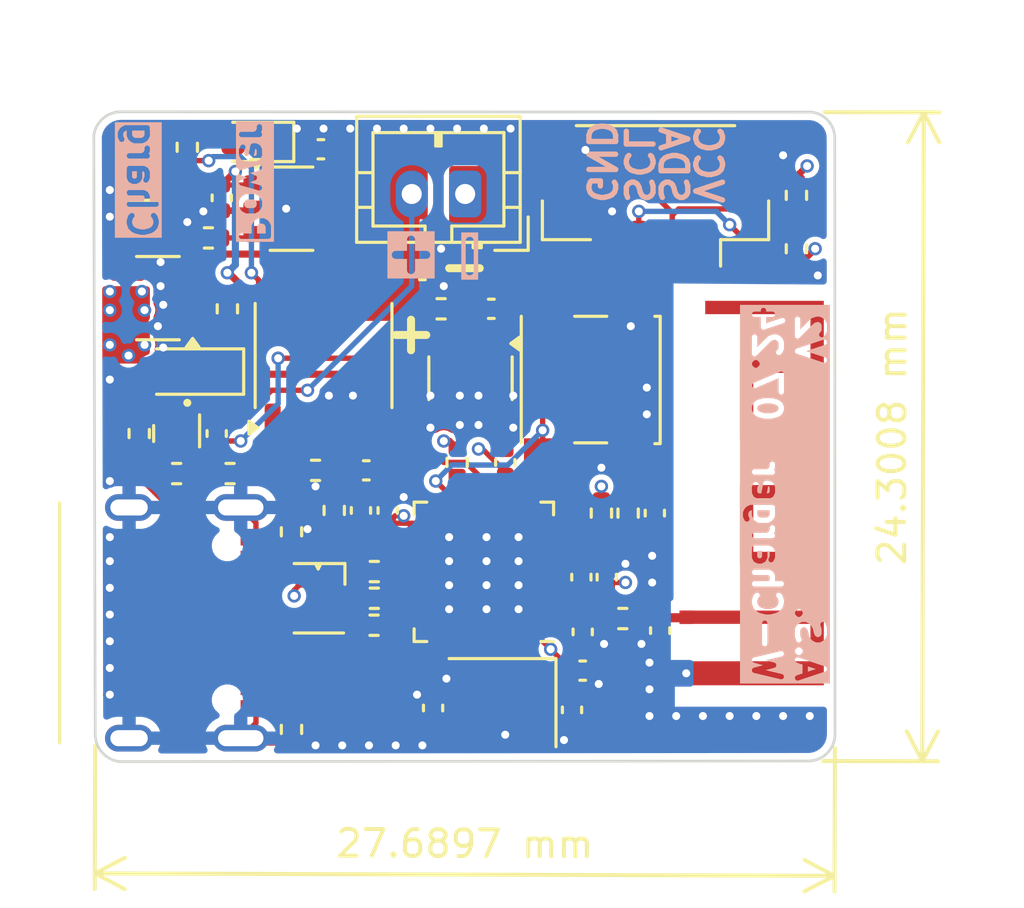
<source format=kicad_pcb>
(kicad_pcb (version 20240108) (generator "pcbnew") (generator_version "8.0")
  (layers (0 "F.Cu" signal "Front.Cu") (1 "In1.Cu" power "GND1.Cu") (2 "In2.Cu" power "SIG-POWER.Cu") (31 "B.Cu" signal "Back.Cu") (34 "B.Paste" user) (35 "F.Paste" user) (36 "B.SilkS" user "B.Silkscreen") (37 "F.SilkS" user "F.Silkscreen") (38 "B.Mask" user) (39 "F.Mask" user) (44 "Edge.Cuts" user))
  (net 0 "")
  (net 1 "GND")
  (net 2 "EXTI")
  (net 3 "Net-(AE1-A)")
  (net 4 "Net-(U3-LNA_IN)")
  (net 5 "Net-(U5-Vin)")
  (net 6 "VCC")
  (net 7 "+BATT")
  (net 8 "Earth")
  (net 9 "Net-(D2-A)")
  (net 10 "+3.3V")
  (net 11 "Net-(D2-K)")
  (net 12 "Net-(U1-CC1)")
  (net 13 "Net-(U1-CC2)")
  (net 14 "CHIP_EN")
  (net 15 "USB_D+")
  (net 16 "USB_D-")
  (net 17 "Net-(U4-PROG)")
  (net 18 "Net-(D3-K)")
  (net 19 "MCU_SCL")
  (net 20 "GPIO8")
  (net 25 "Net-(U3-GPIO9)")
  (net 26 "Net-(D1-BK)")
  (net 27 "MCU_SDA")
  (net 28 "Net-(D1-GK)")
  (net 29 "Net-(D1-RK)")
  (net 32 "Grün")
  (net 33 "Blau")
  (net 34 "Rot")
  (net 35 "Net-(U3-XTAL_P)")
  (net 36 "Net-(U3-XTAL_N)")
  (net 37 "Net-(U2-EN)")
  (net 40 "VCC_Sensor")
  (net 41 "Net-(Q1-G)")
  (net 42 "EN_ADC")
  (net 43 "Net-(Q1-D)")
  (net 44 "ADC")
  (net 45 "OUT")
  (net 47 "Net-(R13-Pad2)")
  (net 48 "Net-(U6-SET)")
  (footprint "Capacitor_SMD:C_0402_1005Metric" (layer "F.Cu") (at 150.3 91.3 -90)
    (property "Reference" "C3" (hide yes))
    (property "Value" "3p3_0402_C0G_50V")
  )
  (footprint "Resistor_SMD:R_0402_1005Metric" (layer "F.Cu") (at 136.5 95 -90)
    (property "Reference" "R3" (hide yes))
    (property "Value" "5k1_0402")
  )
  (footprint "Capacitor_SMD:C_0402_1005Metric" (layer "F.Cu") (at 144.5 85 -90)
    (property "Reference" "C5" (hide yes))
    (property "Value" "100n_0402_X7R_16V")
  )
  (footprint "Resistor_SMD:R_0402_1005Metric" (layer "F.Cu") (at 134.2 85.42)
    (property "Reference" "R14" (hide yes))
    (property "Value" "100k_0402")
  )
  (footprint "Resistor_SMD:R_0402_1005Metric" (layer "F.Cu") (at 155.4 75 -90)
    (property "Reference" "R9" (hide yes))
    (property "Value" "5k1_0402")
  )
  (footprint "Resistor_SMD:R_0402_1005Metric" (layer "F.Cu") (at 138.1 86.8 -90)
    (property "Reference" "R5" (hide yes))
    (property "Value" "1k_0402")
  )
  (footprint "Connector_JST:JST_GH_SM04B-GHS-TB_1x04-1MP_P1.25mm_Horizontal" (layer "F.Cu") (at 150.125 74.95 180)
    (property "Reference" "J3" (hide yes))
    (property "Value" "HCZZ0001-4")
  )
  (footprint "Capacitor_SMD:C_0402_1005Metric" (layer "F.Cu") (at 147.4 92.8)
    (property "Reference" "C1" (hide yes))
    (property "Value" "100n_0402_X7R_16V")
  )
  (footprint "Capacitor_SMD:C_0402_1005Metric" (layer "F.Cu") (at 133.7 83.92 90)
    (property "Reference" "C12" (hide yes))
    (property "Value" "100n_0402_X7R_16V")
  )
  (footprint "Capacitor_SMD:C_0402_1005Metric" (layer "F.Cu") (at 147 94.27 -90)
    (property "Reference" "C16" (hide yes))
    (property "Value" "10p_0402_C0G_50V")
  )
  (footprint "Resistor_SMD:R_0402_1005Metric" (layer "F.Cu") (at 139.6 89.09 180)
    (property "Reference" "R12" (hide yes))
    (property "Value" "330_0402")
  )
  (footprint "Capacitor_SMD:C_0402_1005Metric" (layer "F.Cu") (at 140.1 86.8 90)
    (property "Reference" "C11" (hide yes))
    (property "Value" "100n_0402_X7R_16V")
  )
  (footprint "Capacitor_SMD:C_0402_1005Metric" (layer "F.Cu") (at 139.1 86.8 90)
    (property "Reference" "C13" (hide yes))
    (property "Value" "100n_0402_X7R_16V")
  )
  (footprint "LEDSMD:LED_0606_1432_correct" (layer "F.Cu") (at 137.5 90.09 -90)
    (property "Reference" "D1" (hide yes))
    (property "Value" "XL-1615RGBC-RF")
  )
  (footprint "LED_SMD:LED_0603_1608Metric" (layer "F.Cu") (at 130.7 73.7 90)
    (property "Reference" "D2" (hide yes))
    (property "Value" "0603_RED")
  )
  (footprint "Capacitor_SMD:C_0402_1005Metric" (layer "F.Cu") (at 147.4 91.35 -90)
    (property "Reference" "C6" (hide yes))
    (property "Value" "3p3_0402_C0G_50V")
  )
  (footprint "DPSConnector:USB-C-MC-311D" (layer "F.Cu") (at 130.42 91.01 -90)
    (property "Reference" "U1" (hide yes))
    (property "Value" "USB-C-16P-SMD" (hide yes))
  )
  (footprint "Resistor_SMD:R_0402_1005Metric" (layer "F.Cu") (at 142.1 79.25)
    (property "Reference" "R4" (hide yes))
    (property "Value" "100_0402")
  )
  (footprint "Connector_JST:JST_PH_B2B-PH-K_1x02_P2.00mm_Vertical" (layer "F.Cu") (at 143 74.95 180)
    (property "Reference" "J2" (hide yes))
    (property "Value" "DPS_PPS")
  )
  (footprint "Resistor_SMD:R_0402_1005Metric" (layer "F.Cu") (at 139.59 91.1 180)
    (property "Reference" "R8" (hide yes))
    (property "Value" "330_0402")
  )
  (footprint "Resistor_SMD:R_0402_1005Metric" (layer "F.Cu") (at 149.1 86.9 -90)
    (property "Reference" "R1" (hide yes))
    (property "Value" "10k_0402")
  )
  (footprint "Capacitor_SMD:C_0402_1005Metric" (layer "F.Cu") (at 137.6 73.275 180)
    (property "Reference" "C15" (hide yes))
    (property "Value" "10u_0402_X5R_6V3")
  )
  (footprint "Capacitor_SMD:C_0402_1005Metric" (layer "F.Cu") (at 139.3 85.3 180)
    (property "Reference" "C8" (hide yes))
    (property "Value" "10u_0402_X5R_6V3")
  )
  (footprint "Resistor_SMD:R_0402_1005Metric" (layer "F.Cu") (at 137.4 85.3 180)
    (property "Reference" "R16" (hide yes))
    (property "Value" "10k_0402")
  )
  (footprint "Resistor_SMD:R_0402_1005Metric" (layer "F.Cu") (at 132.2 85.42)
    (property "Reference" "R13" (hide yes))
    (property "Value" "100k_0402")
  )
  (footprint "Resistor_SMD:R_0402_1005Metric" (layer "F.Cu") (at 148.1 86.9 -90)
    (property "Reference" "R19" (hide yes))
    (property "Value" "10k_0402")
  )
  (footprint "Resistor_SMD:R_0402_1005Metric" (layer "F.Cu") (at 148.9 90.85 180)
    (property "Reference" "L1" (hide yes))
    (property "Value" "2n2H_0403_500mA")
  )
  (footprint "Diode_SMD:D_SOD-323_HandSoldering" (layer "F.Cu") (at 132.7 81.6 180)
    (property "Reference" "D4" (hide yes))
    (property "Value" "1N5819WS(Basic)")
  )
  (footprint "Resistor_SMD:R_0402_1005Metric" (layer "F.Cu") (at 130.8 83.92 -90)
    (property "Reference" "R15" (hide yes))
    (property "Value" "1M_0402")
  )
  (footprint "Resistor_SMD:R_0402_1005Metric" (layer "F.Cu") (at 136.5 87.6 90)
    (property "Reference" "R2" (hide yes))
    (property "Value" "5k1_0402")
  )
  (footprint "LED_SMD:LED_0603_1608Metric" (layer "F.Cu") (at 135.1 73 180)
    (property "Reference" "D3" (hide yes))
    (property "Value" "0603_WHITE")
  )
  (footprint "Resistor_SMD:R_0402_1005Metric" (layer "F.Cu") (at 132.6 73.2 90)
    (property "Reference" "R11" (hide yes))
    (property "Value" "1k_0402")
  )
  (footprint "Resistor_SMD:R_0402_1005Metric" (layer "F.Cu") (at 155.4 77 90)
    (property "Reference" "R10" (hide yes))
    (property "Value" "5k1_0402")
  )
  (footprint "Resistor_SMD:R_0402_1005Metric" (layer "F.Cu") (at 133.39 76.595 180)
    (property "Reference" "R17" (hide yes))
    (property "Value" "6k8_0402")
  )
  (footprint "Package_TO_SOT_SMD:SOT-723" (layer "F.Cu") (at 132.2 83.92 -90)
    (property "Reference" "Q1" (hide yes))
    (property "Value" "WPM2031-3/TR ")
  )
  (footprint "Capacitor_SMD:C_0402_1005Metric" (layer "F.Cu") (at 133.89 75.095 -90)
    (property "Reference" "C18" (hide yes))
    (property "Value" "10u_0402_X5R_6V3")
  )
  (footprint "switch:SW_SPST_TL3305B" (layer "F.Cu") (at 147.7 81.9 -90)
    (property "Reference" "SW2" (hide yes))
    (property "Value" "TS-1187A-B-A-B")
  )
  (footprint "Capacitor_SMD:C_0402_1005Metric" (layer "F.Cu") (at 150.1 86.9 90)
    (property "Reference" "C14" (hide yes))
    (property "Value" "1u_0402_X5R_25V")
  )
  (footprint "RF_Antenna:Texas_SWRA117D_2.4GHz_Left" (layer "F.Cu") (at 151.275 90.8 -90)
    (property "Reference" "AE1" (hide yes))
    (property "Value" "KH-3216-H0209" (hide yes))
  )
  (footprint "Resistor_SMD:R_0402_1005Metric" (layer "F.Cu") (at 142.7 85 -90)
    (property "Reference" "R6" (hide yes))
    (property "Value" "10k_0402")
  )
  (footprint "Capacitor_SMD:C_0402_1005Metric" (layer "F.Cu") (at 141.4 77.8)
    (property "Reference" "C9" (hide yes))
    (property "Value" "10u_0402_X5R_6V3")
  )
  (footprint "Resistor_SMD:R_0402_1005Metric" (layer "F.Cu") (at 139.6 90.09 180)
    (property "Reference" "R7" (hide yes))
    (property "Value" "330_0402")
  )
  (footprint "Resistor_SMD:R_0402_1005Metric" (layer "F.Cu") (at 134.1 79.25 90)
    (property "Reference" "R18" (hide yes))
    (property "Value" "1k_0402")
  )
  (footprint "Package_TO_SOT_SMD:SOT-23-5" (layer "F.Cu") (at 143.2 81.85 -90)
    (property "Reference" "U5" (hide yes))
    (property "Value" "SKCL3130ME")
  )
  (footprint "Capacitor_SMD:C_0402_1005Metric" (layer "F.Cu") (at 147.35 89.3 -90)
    (property "Reference" "C7" (hide yes))
    (property "Value" "100n_0402_X7R_16V")
  )
  (footprint "Package_DFN_QFN:QFN-32-1EP_5x5mm_P0.5mm_EP3.7x3.7mm" (layer "F.Cu") (at 143.7 89.1 180)
    (property "Reference" "U3" (hide yes))
    (property "Value" "ESP32-C3")
  )
  (footprint "Capacitor_SMD:C_0402_1005Metric" (layer "F.Cu") (at 148.3 89.3 -90)
    (property "Reference" "C2" (hide yes))
    (property "Value" "10u_0402_X5R_6V3")
  )
  (footprint "Package_TO_SOT_SMD:SOT-23-5" (layer "F.Cu") (at 136.5 75.5)
    (property "Reference" "U6" (hide yes))
    (property "Value" "MT9700")
  )
  (footprint "Capacitor_SMD:C_0402_1005Metric" (layer "F.Cu") (at 143.98 79.25)
    (property "Reference" "C4" (hide yes))
    (property "Value" "1u_0402_X5R_25V")
  )
  (footprint "Crystal:Crystal_SMD_3225-4Pin_3.2x2.5mm" (layer "F.Cu") (at 144.4 94 180)
    (property "Reference" "Y1" (hide yes))
    (property "Value" "40MHz_S3240000151040")
  )
  (footprint "Package_SO:SOP-8_3.9x4.9mm_P1.27mm" (layer "F.Cu") (at 137.7 81 90)
    (property "Reference" "U4" (hide yes))
    (property "Value" "TC4056A")
  )
  (footprint "Package_TO_SOT_SMD:SOT-23-5" (layer "F.Cu") (at 131.5 78.85 180)
    (property "Reference" "U2" (hide yes))
    (property "Value" "DS8561-33S5 ")
  )
  (footprint "Capacitor_SMD:C_0402_1005Metric" (layer "F.Cu") (at 141.8 94.2 90)
    (property "Reference" "C17" (hide yes))
    (property "Value" "10p_0402_C0G_50V")
  )
  (gr_line (start 129.099999 72.752903) (end 129.153672 95.108576) (stroke (width 0.1)) (layer "Edge.Cuts"))
  (gr_line (start 155.954944 71.882287) (end 130.1 71.871123) (stroke (width 0.1)) (layer "Edge.Cuts"))
  (gr_arc (start 155.954786 71.883931) (mid 156.597605 72.216011) (end 156.833513 72.9) (stroke (width 0.1)) (layer "Edge.Cuts"))
  (gr_line (start 130.050505 96.206734) (end 155.9 96.184666) (stroke (width 0.1)) (layer "Edge.Cuts"))
  (gr_arc (start 129.101948 72.753172) (mid 129.437617 72.127307) (end 130.1 71.871124) (stroke (width 0.1)) (layer "Edge.Cuts"))
  (gr_line (start 156.833513 72.9) (end 156.843175 95.199817) (stroke (width 0.1)) (layer "Edge.Cuts"))
  (gr_arc (start 156.843175 95.199817) (mid 156.564307 95.876806) (end 155.9 96.184666) (stroke (width 0.1)) (layer "Edge.Cuts"))
  (gr_arc (start 130.050505 96.206734) (mid 129.386457 95.833755) (end 129.153672 95.108576) (stroke (width 0.1)) (layer "Edge.Cuts"))
  (gr_text "SCL\n" (at 148.9 75.4 270) (layer "B.SilkS") (effects (font (size 1 1) (thickness 0.2) (bold yes)) (justify left bottom mirror)))
  (gr_text "-\n" (at 142.4 78.4 270) (layer "B.SilkS" knockout) (effects (font (size 1.5 1.5) (thickness 0.3) (bold yes)) (justify left bottom mirror)))
  (gr_text "Power\n" (at 134.5 76.9 270) (layer "B.SilkS" knockout) (effects (font (size 1 1) (thickness 0.2) (bold yes)) (justify left bottom mirror)))
  (gr_text "VCC\n" (at 151.5 75.4 270) (layer "B.SilkS") (effects (font (size 1 1) (thickness 0.2) (bold yes)) (justify left bottom mirror)))
  (gr_text "SDA\n" (at 150.2 75.4 270) (layer "B.SilkS") (effects (font (size 1 1) (thickness 0.2) (bold yes)) (justify left bottom mirror)))
  (gr_text "A.S.            V2\nW-Charger  07.24" (at 153.7 93.3 -90) (layer "B.SilkS" knockout) (effects (font (size 1 1) (thickness 0.2) (bold yes)) (justify left bottom mirror)))
  (gr_text "Charg\n" (at 130.3 76.7 270) (layer "B.SilkS" knockout) (effects (font (size 1 1) (thickness 0.2) (bold yes)) (justify left bottom mirror)))
  (gr_text "+\n" (at 142.1 78 0) (layer "B.SilkS" knockout) (effects (font (size 1.5 1.5) (thickness 0.3) (bold yes)) (justify left bottom mirror)))
  (gr_text "GND\n" (at 147.5 75.4 270) (layer "B.SilkS") (effects (font (size 1 1) (thickness 0.2) (bold yes)) (justify left bottom mirror)))
  (gr_text "-\n" (at 144.1 78.5 0) (layer "F.SilkS") (effects (font (size 1.5 1.5) (thickness 0.3) (bold yes)) (justify left bottom mirror)))
  (gr_text "+\n" (at 142.1 81 0) (layer "F.SilkS") (effects (font (size 1.5 1.5) (thickness 0.3) (bold yes)) (justify left bottom mirror)))
  (dimension (type aligned) (layer "F.SilkS") (pts (xy 129.153672 95.108576) (xy 156.843175 95.199817)) (height 5.284385) (gr_text "27,6897 mm" (at 142.9848 99.288559 359.8112006) (layer "F.SilkS") (effects (font (size 1 1) (thickness 0.15)))) (format (prefix "") (suffix "") (units 3) (units_format 1) (precision 4)) (style (thickness 0.15) (arrow_length 1.27) (text_position_mode 0) (extension_height 0.58642) (extension_offset 0.5) keep_text_aligned))
  (dimension (type aligned) (layer "F.SilkS") (pts (xy 155.954786 71.883931) (xy 155.9 96.184666)) (height -4.210814) (gr_text "24,3008 mm" (at 158.988199 84.041199 89.87082691) (layer "F.SilkS") (effects (font (size 1 1) (thickness 0.15)))) (format (prefix "") (suffix "") (units 3) (units_format 1) (precision 4)) (style (thickness 0.15) (arrow_length 1.27) (text_position_mode 0) (extension_height 0.58642) (extension_offset 0.5) keep_text_aligned))
  (segment (start 135.2875 75.575) (end 135.3625 75.5) (width 0.25) (layer "F.Cu") (net 1))
  (segment (start 148.2 91.8) (end 148.17 91.83) (width 0.25) (layer "F.Cu") (net 1))
  (segment (start 154.9 73.5) (end 154.175 73.5) (width 0.25) (layer "F.Cu") (net 1))
  (segment (start 150.28 91.8) (end 150.3 91.78) (width 0.2) (layer "F.Cu") (net 1))
  (segment (start 135.17 87.26) (end 134.6 86.69) (width 0.2) (layer "F.Cu") (net 1))
  (segment (start 141.88 78.08) (end 142.2 78.4) (width 0.25) (layer "F.Cu") (net 1))
  (segment (start 147.5 73.3) (end 146.925 73.3) (width 0.25) (layer "F.Cu") (net 1))
  (segment (start 149.2 79.9) (end 149.2 78.9) (width 0.25) (layer "F.Cu") (net 1))
  (segment (start 147.43 91.8) (end 147.4 91.83) (width 0.2) (layer "F.Cu") (net 1))
  (segment (start 146.925 73.3) (end 146.675 73.55) (width 0.25) (layer "F.Cu") (net 1))
  (segment (start 141.2 93.7) (end 141.78 93.7) (width 0.25) (layer "F.Cu") (net 1))
  (segment (start 137.12 72.92) (end 136.7 72.5) (width 0.2) (layer "F.Cu") (net 1))
  (segment (start 137.12 73.275) (end 137.12 72.92) (width 0.2) (layer "F.Cu") (net 1))
  (segment (start 134.71 85.42) (end 134.71 86.58) (width 0.25) (layer "F.Cu") (net 1))
  (segment (start 140.68 86.32) (end 140.1 86.32) (width 0.2) (layer "F.Cu") (net 1))
  (segment (start 136.3 75.5) (end 135.3625 75.5) (width 0.25) (layer "F.Cu") (net 1))
  (segment (start 149 88.8) (end 148.32 88.8) (width 0.2) (layer "F.Cu") (net 1))
  (segment (start 136.5 95.51) (end 134.78 95.51) (width 0.2) (layer "F.Cu") (net 1))
  (segment (start 144.5 95.2) (end 144.785 95.2) (width 0.2) (layer "F.Cu") (net 1))
  (segment (start 138.335 84.815) (end 138.82 85.3) (width 0.35) (layer "F.Cu") (net 1))
  (segment (start 154.175 73.5) (end 154.125 73.55) (width 0.25) (layer "F.Cu") (net 1))
  (segment (start 148.17 91.83) (end 147.4 91.83) (width 0.25) (layer "F.Cu") (net 1))
  (segment (start 148.25 75.85) (end 148.25 76.8) (width 0.25) (layer "F.Cu") (net 1))
  (segment (start 141.88 77.8) (end 141.88 78.08) (width 0.25) (layer "F.Cu") (net 1))
  (segment (start 137.4 85.9) (end 137.4 85.81) (width 0.25) (layer "F.Cu") (net 1))
  (segment (start 138.335 83.625) (end 138.335 84.875) (width 0.35) (layer "F.Cu") (net 1))
  (segment (start 149.6 91.8) (end 150.28 91.8) (width 0.2) (layer "F.Cu") (net 1))
  (segment (start 133.2 75.6) (end 133.865 75.6) (width 0.25) (layer "F.Cu") (net 1))
  (segment (start 148 93.3) (end 148 92.92) (width 0.2) (layer "F.Cu") (net 1))
  (segment (start 133.865 75.6) (end 133.89 75.575) (width 0.25) (layer "F.Cu") (net 1))
  (segment (start 150.1 86.42) (end 150.1 85.8) (width 0.2) (layer "F.Cu") (net 1))
  (segment (start 137.9 82.5) (end 138.1 82.5) (width 0.25) (layer "F.Cu") (net 1))
  (segment (start 148.5 75.6) (end 148.25 75.85) (width 0.25) (layer "F.Cu") (net 1))
  (segment (start 137.1 87.5) (end 136.91 87.5) (width 0.2) (layer "F.Cu") (net 1))
  (segment (start 138.5 82.5) (end 138.335 82.665) (width 0.25) (layer "F.Cu") (net 1))
  (segment (start 143.58 83.6) (end 144.5 84.52) (width 0.2) (layer "F.Cu") (net 1))
  (segment (start 148.32 88.8) (end 148.3 88.82) (width 0.2) (layer "F.Cu") (net 1))
  (segment (start 141.88 77.22) (end 142.1 77) (width 0.25) (layer "F.Cu") (net 1))
  (segment (start 141.78 93.7) (end 141.8 93.72) (width 0.25) (layer "F.Cu") (net 1))
  (segment (start 148 92.92) (end 147.88 92.8) (width 0.2) (layer "F.Cu") (net 1))
  (segment (start 139.1 86.32) (end 140.1 86.32) (width 0.35) (layer "F.Cu") (net 1))
  (segment (start 138.1 82.5) (end 138.335 82.735) (width 0.25) (layer "F.Cu") (net 1))
  (segment (start 140.7 86.3) (end 140.68 86.32) (width 0.2) (layer "F.Cu") (net 1))
  (segment (start 137.4 85.81) (end 137.91 85.3) (width 0.25) (layer "F.Cu") (net 1))
  (segment (start 135.17 94.76) (end 134.6 95.33) (width 0.2) (layer "F.Cu") (net 1))
  (segment (start 133.89 75.575) (end 135.2875 75.575) (width 0.25) (layer "F.Cu") (net 1))
  (segment (start 138.335 84.875) (end 137.91 85.3) (width 0.35) (layer "F.Cu") (net 1))
  (segment (start 141.88 77.8) (end 141.88 77.22) (width 0.25) (layer "F.Cu") (net 1))
  (segment (start 146.7 94.75) (end 146.7 95.4) (width 0.2) (layer "F.Cu") (net 1))
  (segment (start 138.82 86.04) (end 139.1 86.32) (width 0.35) (layer "F.Cu") (net 1))
  (segment (start 136.91 87.5) (end 136.5 87.09) (width 0.2) (layer "F.Cu") (net 1))
  (segment (start 143.5 83.6) (end 143.58 83.6) (width 0.2) (layer "F.Cu") (net 1))
  (segment (start 147.35 88.82) (end 148.3 88.82) (width 0.2) (layer "F.Cu") (net 1))
  (segment (start 148.9 85.2) (end 149.2 84.9) (width 0.2) (layer "F.Cu") (net 1))
  (segment (start 144.785 95.2) (end 145.185 94.8) (width 0.2) (layer "F.Cu") (net 1))
  (segment (start 150.1 85.8) (end 149.2 84.9) (width 0.2) (layer "F.Cu") (net 1))
  (segment (start 135.17 94.21) (end 135.17 94.76) (width 0.2) (layer "F.Cu") (net 1))
  (segment (start 138.82 85.3) (end 138.82 86.04) (width 0.35) (layer "F.Cu") (net 1))
  (segment (start 138.335 82.665) (end 138.335 82.735) (width 0.25) (layer "F.Cu") (net 1))
  (segment (start 135.17 87.81) (end 135.17 87.26) (width 0.2) (layer "F.Cu") (net 1))
  (segment (start 132.88 76.28) (end 132.6 76) (width 0.25) (layer "F.Cu") (net 1))
  (segment (start 134.78 95.51) (end 134.6 95.33) (width 0.2) (layer "F.Cu") (net 1))
  (segment (start 134.71 86.58) (end 134.6 86.69) (width 0.25) (layer "F.Cu") (net 1))
  (segment (start 138.8 82.5) (end 138.5 82.5) (width 0.25) (layer "F.Cu") (net 1))
  (segment (start 132.88 76.595) (end 132.88 76.28) (width 0.25) (layer "F.Cu") (net 1))
  (segment (start 138.335 82.735) (end 138.335 83.625) (width 0.25) (layer "F.Cu") (net 1))
  (segment (start 148.1 85.2) (end 148.9 85.2) (width 0.2) (layer "F.Cu") (net 1))
  (segment (start 138.335 83.625) (end 138.335 84.815) (width 0.35) (layer "F.Cu") (net 1))
  (segment (start 142.3 93.1) (end 142.985 93.1) (width 0.2) (layer "F.Cu") (net 1))
  (via (at 147.5 73.3) (size 0.5) (drill 0.3) (layers "F.Cu" "B.Cu") (net 1))
  (via (at 143.5 82.5) (size 0.5) (drill 0.3) (layers "F.Cu" "B.Cu") (net 1))
  (via (at 129.7 90.7) (size 0.5) (drill 0.3) (layers "F.Cu" "B.Cu") (net 1))
  (via (at 143.8 90.5) (size 0.5) (drill 0.3) (layers "F.Cu" "B.Cu") (net 1))
  (via (at 138.8 82.5) (size 0.5) (drill 0.3) (layers "F.Cu" "B.Cu") (net 1))
  (via (at 142.4 89.6) (size 0.5) (drill 0.3) (layers "F.Cu" "B.Cu") (net 1))
  (via (at 142.4 87.8) (size 0.5) (drill 0.3) (layers "F.Cu" "B.Cu") (net 1))
  (via (at 152.9 94.5) (size 0.5) (drill 0.3) (layers "F.Cu" "B.Cu") (net 1))
  (via (at 129.7 92.7) (size 0.5) (drill 0.3) (layers "F.Cu" "B.Cu") (net 1))
  (via (at 129.7 87.8) (size 0.5) (drill 0.3) (layers "F.Cu" "B.Cu") (net 1))
  (via (at 141.4 95.6) (size 0.5) (drill 0.3) (layers "F.Cu" "B.Cu") (net 1))
  (via (at 143.5 83.6) (size 0.5) (drill 0.3) (layers "F.Cu" "B.Cu") (net 1))
  (via (at 143.8 88.7) (size 0.5) (drill 0.3) (layers "F.Cu" "B.Cu") (net 1))
  (via (at 144.8 83.7) (size 0.5) (drill 0.3) (layers "F.Cu" "B.Cu") (net 1))
  (via (at 139.4 95.6) (size 0.5) (drill 0.3) (layers "F.Cu" "B.Cu") (net 1))
  (via (at 142.2 78.4) (size 0.5) (drill 0.3) (layers "F.Cu" "B.Cu") (net 1))
  (via (at 155.9 94.5) (size 0.5) (drill 0.3) (layers "F.Cu" "B.Cu") (net 1))
  (via (at 144.7 72.5) (size 0.5) (drill 0.3) (layers "F.Cu" "B.Cu") (net 1))
  (via (at 149.9 94.5) (size 0.5) (drill 0.3) (layers "F.Cu" "B.Cu") (net 1))
  (via (at 144.8 82.5) (size 0.5) (drill 0.3) (layers "F.Cu" "B.Cu") (net 1))
  (via (at 129.7 91.7) (size 0.5) (drill 0.3) (layers "F.Cu" "B.Cu") (net 1))
  (via (at 140.4 95.6) (size 0.5) (drill 0.3) (layers "F.Cu" "B.Cu") (net 1))
  (via (at 138.4 95.6) (size 0.5) (drill 0.3) (layers "F.Cu" "B.Cu") (net 1))
  (via (at 149.6 91.8) (size 0.5) (drill 0.3) (layers "F.Cu" "B.Cu") (net 1))
  (via (at 142.8 82.5) (size 0.5) (drill 0.3) (layers "F.Cu" "B.Cu") (net 1))
  (via (at 145 89.6) (size 0.5) (drill 0.3) (layers "F.Cu" "B.Cu") (net 1))
  (via (at 145 90.5) (size 0.5) (drill 0.3) (layers "F.Cu" "B.Cu") (net 1))
  (via (at 145 87.8) (size 0.5) (drill 0.3) (layers "F.Cu" "B.Cu") (net 1))
  (via (at 148.1 85.2) (size 0.5) (drill 0.3) (layers "F.Cu" "B.Cu") (net 1))
  (via (at 148.5 75.6) (size 0.5) (drill 0.3) (layers "F.Cu" "B.Cu") (net 1))
  (via (at 142.3 93.1) (size 0.5) (drill 0.3) (layers "F.Cu" "B.Cu") (net 1))
  (via (at 141.7 72.5) (size 0.5) (drill 0.3) (layers "F.Cu" "B.Cu") (net 1))
  (via (at 154.9 73.5) (size 0.5) (drill 0.3) (layers "F.Cu" "B.Cu") (net 1))
  (via (at 137.4 85.9) (size 0.5) (drill 0.3) (layers "F.Cu" "B.Cu") (net 1))
  (via (at 131.6 78.4) (size 0.5) (drill 0.3) (layers "F.Cu" "B.Cu") (net 1))
  (via (at 142.4 88.7) (size 0.5) (drill 0.3) (layers "F.Cu" "B.Cu") (net 1))
  (via (at 150.9 94.5) (size 0.5) (drill 0.3) (layers "F.Cu" "B.Cu") (net 1))
  (via (at 137.9 82.5) (size 0.5) (drill 0.3) (layers "F.Cu" "B.Cu") (net 1))
  (via (at 131.7 79.1) (size 0.5) (drill 0.3) (layers "F.Cu" "B.Cu") (net 1))
  (via (at 154.9 94.5) (size 0.5) (drill 0.3) (layers "F.Cu" "B.Cu") (net 1))
  (via (at 131.5 79.9) (size 0.5) (drill 0.3) (layers "F.Cu" "B.Cu") (net 1))
  (via (at 142.8 83.6) (size 0.5) (drill 0.3) (layers "F.Cu" "B.Cu") (net 1))
  (via (at 153.9 94.5) (size 0.5) (drill 0.3) (layers "F.Cu" "B.Cu") (net 1))
  (via (at 148.2 91.8) (size 0.5) (drill 0.3) (layers "F.Cu" "B.Cu") (net 1))
  (via (at 129.7 85.7) (size 0.5) (drill 0.3) (layers "F.Cu" "B.Cu") (net 1))
  (via (at 142.1 77) (size 0.5) (drill 0.3) (layers "F.Cu" "B.Cu") (net 1))
  (via (at 129.7 74.8) (size 0.5) (drill 0.3) (layers "F.Cu" "B.Cu") (net 1))
  (via (at 141.7 82.5) (size 0.5) (drill 0.3) (layers "F.Cu" "B.Cu") (net 1))
  (via (at 136.3 75.5) (size 0.5) (drill 0.3) (layers "F.Cu" "B.Cu") (net 1))
  (via (at 140.7 72.5) (size 0.5) (drill 0.3) (layers "F.Cu" "B.Cu") (net 1))
  (via (at 137.7 72.5) (size 0.5) (drill 0.3) (layers "F.Cu" "B.Cu") (net 1))
  (via (at 137.4 95.6) (size 0.5) (drill 0.3) (layers "F.Cu" "B.Cu") (net 1))
  (via (at 138.7 72.5) (size 0.5) (drill 0.3) (layers "F.Cu" "B.Cu") (net 1))
  (via (at 143.8 87.8) (size 0.5) (drill 0.3) (layers "F.Cu" "B.Cu") (net 1))
  (via (at 142.7 72.5) (size 0.5) (drill 0.3) (layers "F.Cu" "B.Cu") (net 1))
  (via (at 131.6 77.5) (size 0.5) (drill 0.3) (layers "F.Cu" "B.Cu") (net 1))
  (via (at 146.7 95.4) (size 0.5) (drill 0.3) (layers "F.Cu" "B.Cu") (net 1))
  (via (at 149.9 93.5) (size 0.5) (drill 0.3) (layers "F.Cu" "B.Cu") (net 1))
  (via (at 141.7 83.7) (size 0.5) (drill 0.3) (layers "F.Cu" "B.Cu") (net 1))
  (via (at 129.7 88.7) (size 0.5) (drill 0.3) (layers "F.Cu" "B.Cu") (net 1))
  (via (at 150 88.5) (size 0.5) (drill 0.3) (layers "F.Cu" "B.Cu") (net 1))
  (via (at 149.2 79.9) (size 0.5) (drill 0.3) (layers "F.Cu" "B.Cu") (net 1))
  (via (at 129.700292 93.7) (size 0.5) (drill 0.3) (layers "F.Cu" "B.Cu") (net 1))
  (via (at 136.7 72.5) (size 0.5) (drill 0.3) (layers "F.Cu" "B.Cu") (net 1))
  (via (at 151.9 94.5) (size 0.5) (drill 0.3) (layers "F.Cu" "B.Cu") (net 1))
  (via (at 142.4 90.5) (size 0.5) (drill 0.3) (layers "F.Cu" "B.Cu") (net 1))
  (via (at 132.6 76) (size 0.5) (drill 0.3) (layers "F.Cu" "B.Cu") (net 1))
  (via (at 145 88.7) (size 0.5) (drill 0.3) (layers "F.Cu" "B.Cu") (net 1))
  (via (at 149 88.8) (size 0.5) (drill 0.3) (layers "F.Cu" "B.Cu") (net 1))
  (via (at 129.7 81.9) (size 0.5) (drill 0.3) (layers "F.Cu" "B.Cu") (net 1))
  (via (at 140.7 86.3) (size 0.5) (drill 0.3) (layers "F.Cu" "B.Cu") (net 1))
  (via (at 131.7 80.7) (size 0.5) (drill 0.3) (layers "F.Cu" "B.Cu") (net 1))
  (via (at 149.9 92.5) (size 0.5) (drill 0.3) (layers "F.Cu" "B.Cu") (net 1))
  (via (at 143.7 72.5) (size 0.5) (drill 0.3) (layers "F.Cu" "B.Cu") (net 1))
  (via (at 129.7 75.8) (size 0.5) (drill 0.3) (layers "F.Cu" "B.Cu") (net 1))
  (via (at 141.2 93.7) (size 0.5) (drill 0.3) (layers "F.Cu" "B.Cu") (net 1))
  (via (at 144.5 95.2) (size 0.5) (drill 0.3) (layers "F.Cu" "B.Cu") (net 1))
  (via (at 129.7 89.7) (size 0.5) (drill 0.3) (layers "F.Cu" "B.Cu") (net 1))
  (via (at 149.8 82.2) (size 0.5) (drill 0.3) (layers "F.Cu" "B.Cu") (net 1))
  (via (at 149.8 83.2) (size 0.5) (drill 0.3) (layers "F.Cu" "B.Cu") (net 1))
  (via (at 156.2 78) (size 0.5) (drill 0.3) (layers "F.Cu" "B.Cu") (net 1))
  (via (at 148 93.3) (size 0.5) (drill 0.3) (layers "F.Cu" "B.Cu") (net 1))
  (via (at 139.7 72.5) (size 0.5) (drill 0.3) (layers "F.Cu" "B.Cu") (net 1))
  (via (at 133.2 75.6) (size 0.5) (drill 0.3) (layers "F.Cu" "B.Cu") (net 1))
  (via (at 137.1 87.5) (size 0.5) (drill 0.3) (layers "F.Cu" "B.Cu") (net 1))
  (via (at 150 89.5) (size 0.5) (drill 0.3) (layers "F.Cu" "B.Cu") (net 1))
  (via (at 143.8 89.6) (size 0.5) (drill 0.3) (layers "F.Cu" "B.Cu") (net 1))
  (segment (start 146.2 88.3) (end 148.21 88.3) (width 0.2) (layer "F.Cu") (net 2))
  (segment (start 146.15 88.35) (end 146.2 88.3) (width 0.2) (layer "F.Cu") (net 2))
  (segment (start 148.21 88.3) (end 149.1 87.41) (width 0.2) (layer "F.Cu") (net 2))
  (segment (start 150.3 90.82) (end 151.255 90.82) (width 0.3424) (layer "F.Cu") (net 3))
  (segment (start 150.27 90.85) (end 150.3 90.82) (width 0.3424) (layer "F.Cu") (net 3))
  (segment (start 151.255 90.82) (end 151.275 90.8) (width 0.3424) (layer "F.Cu") (net 3))
  (segment (start 149.41 90.85) (end 150.27 90.85) (width 0.3424) (layer "F.Cu") (net 3))
  (segment (start 146.15 90.85) (end 147.38 90.85) (width 0.3424) (layer "F.Cu") (net 4))
  (segment (start 147.4 90.87) (end 148.37 90.87) (width 0.3424) (layer "F.Cu") (net 4))
  (segment (start 147.38 90.85) (end 147.4 90.87) (width 0.3424) (layer "F.Cu") (net 4))
  (segment (start 148.37 90.87) (end 148.39 90.85) (width 0.3424) (layer "F.Cu") (net 4))
  (segment (start 142.25 79.61) (end 142.25 80.7125) (width 0.55) (layer "F.Cu") (net 5))
  (segment (start 143.5 79.25) (end 142.61 79.25) (width 0.55) (layer "F.Cu") (net 5))
  (segment (start 142.61 79.25) (end 142.25 79.61) (width 0.55) (layer "F.Cu") (net 5))
  (segment (start 133.4 73.7) (end 132.61 73.7) (width 0.2) (layer "F.Cu") (net 6))
  (segment (start 131.45 81.6) (end 132.35 82.5) (width 0.2672) (layer "F.Cu") (net 6))
  (segment (start 133.2 87.9) (end 130.2 84.9) (width 0.2672) (layer "F.Cu") (net 6))
  (segment (start 133.2 91.9) (end 133.2 90.3) (width 0.25) (layer "F.Cu") (net 6))
  (segment (start 135.3 81.7) (end 135.268 81.668) (width 0.2) (layer "F.Cu") (net 6))
  (segment (start 130.2 84.9) (end 130.2 82.5) (width 0.2672) (layer "F.Cu") (net 6))
  (segment (start 134.69 88.61) (end 135.17 88.61) (width 0.25) (layer "F.Cu") (net 6))
  (segment (start 138.8 81.7) (end 139.605 82.505) (width 0.2672) (layer "F.Cu") (net 6))
  (segment (start 135.268 78.168) (end 135 77.9) (width 0.2) (layer "F.Cu") (net 6))
  (segment (start 135.268 81.668) (end 135.268 78.168) (width 0.2) (layer "F.Cu") (net 6))
  (segment (start 139.8 85.28) (end 139.78 85.3) (width 0.35) (layer "F.Cu") (net 6))
  (segment (start 133.2 90.3) (end 133.2 87.9) (width 0.2672) (layer "F.Cu") (net 6))
  (segment (start 139.8 83.82) (end 139.8 85.28) (width 0.35) (layer "F.Cu") (net 6))
  (segment (start 132.35 82.5) (end 134.5 82.5) (width 0.2672) (layer "F.Cu") (net 6))
  (segment (start 132.61 73.7) (end 132.6 73.71) (width 0.2) (layer "F.Cu") (net 6))
  (segment (start 131.1 81.6) (end 131.45 81.6) (width 0.2672) (layer "F.Cu") (net 6))
  (segment (start 139.605 82.505) (end 139.605 83.625) (width 0.2672) (layer "F.Cu") (net 6))
  (segment (start 139.605 83.625) (end 139.8 83.82) (width 0.35) (layer "F.Cu") (net 6))
  (segment (start 134.5 82.5) (end 135.3 81.7) (width 0.2672) (layer "F.Cu") (net 6))
  (segment (start 130.2 82.5) (end 131.1 81.6) (width 0.2672) (layer "F.Cu") (net 6))
  (segment (start 133.2 90.3) (end 133.2 90.1) (width 0.25) (layer "F.Cu") (net 6))
  (segment (start 135.3 81.7) (end 138.8 81.7) (width 0.2672) (layer "F.Cu") (net 6))
  (segment (start 134.71 93.41) (end 133.2 91.9) (width 0.25) (layer "F.Cu") (net 6))
  (segment (start 133.2 90.1) (end 134.69 88.61) (width 0.25) (layer "F.Cu") (net 6))
  (segment (start 135.17 93.41) (end 134.71 93.41) (width 0.25) (layer "F.Cu") (net 6))
  (via (at 135 77.9) (size 0.5) (drill 0.3) (layers "F.Cu" "B.Cu") (net 6))
  (via (at 133.4 73.7) (size 0.5) (drill 0.3) (layers "F.Cu" "B.Cu") (net 6))
  (segment (start 135 73.963603) (end 134.586397 73.55) (width 0.2) (layer "B.Cu") (net 6))
  (segment (start 133.55 73.55) (end 133.4 73.7) (width 0.2) (layer "B.Cu") (net 6))
  (segment (start 135 77.9) (end 135 73.963603) (width 0.2) (layer "B.Cu") (net 6))
  (segment (start 134.586397 73.55) (end 133.55 73.55) (width 0.2) (layer "B.Cu") (net 6))
  (segment (start 139.325 73.275) (end 141 74.95) (width 0.35) (layer "F.Cu") (net 7))
  (segment (start 137.6375 74.55) (end 137.6375 73.7175) (width 0.35) (layer "F.Cu") (net 7))
  (segment (start 132.252 82.893) (end 135.164684 82.893) (width 0.2) (layer "F.Cu") (net 7))
  (segment (start 139.8 76.15) (end 139.8 78.18) (width 0.35) (layer "F.Cu") (net 7))
  (segment (start 137.6375 73.7175) (end 138.08 73.275) (width 0.35) (layer "F.Cu") (net 7))
  (segment (start 139.8 78.18) (end 139.605 78.375) (width 0.35) (layer "F.Cu") (net 7))
  (segment (start 140.6 74.55) (end 141 74.95) (width 0.35) (layer "F.Cu") (net 7))
  (segment (start 141 74.95) (end 139.8 76.15) (width 0.35) (layer "F.Cu") (net 7))
  (segment (start 131.735 83.41) (end 131.8 83.345) (width 0.2) (layer "F.Cu") (net 7))
  (segment (start 135.164684 82.893) (end 135.757684 82.3) (width 0.2) (layer "F.Cu") (net 7))
  (segment (start 137.6375 74.55) (end 140.6 74.55) (width 0.35) (layer "F.Cu") (net 7))
  (segment (start 135.757684 82.3) (end 137.1 82.3) (width 0.2) (layer "F.Cu") (net 7))
  (segment (start 131.8 83.345) (end 132.252 82.893) (width 0.2) (layer "F.Cu") (net 7))
  (segment (start 137.6375 76.45) (end 137.6375 74.55) (width 0.35) (layer "F.Cu") (net 7))
  (segment (start 130.8 83.41) (end 131.735 83.41) (width 0.2) (layer "F.Cu") (net 7))
  (segment (start 138.08 73.275) (end 139.325 73.275) (width 0.35) (layer "F.Cu") (net 7))
  (via (at 137.1 82.3) (size 0.5) (drill 0.3) (layers "F.Cu" "B.Cu") (net 7))
  (segment (start 141 78.4) (end 141 74.95) (width 0.2) (layer "B.Cu") (net 7))
  (segment (start 137.1 82.3) (end 141 78.4) (width 0.2) (layer "B.Cu") (net 7))
  (segment (start 132.6 72.69) (end 134.0025 72.69) (width 0.2672) (layer "F.Cu") (net 9))
  (segment (start 130.7 72.9125) (end 132.3775 72.9125) (width 0.2672) (layer "F.Cu") (net 9))
  (segment (start 134.0025 72.69) (end 134.3125 73) (width 0.2672) (layer "F.Cu") (net 9))
  (segment (start 132.3775 72.9125) (end 132.6 72.69) (width 0.2672) (layer "F.Cu") (net 9))
  (segment (start 141.18 87.28) (end 141.25 87.35) (width 0.2) (layer "F.Cu") (net 10))
  (segment (start 142.2 84.2) (end 142.41 84.2) (width 0.25) (layer "F.Cu") (net 10))
  (segment (start 143.5 84.5) (end 143.647102 84.5) (width 0.2) (layer "F.Cu") (net 10))
  (segment (start 140.7 87) (end 140.38 87) (width 0.2) (layer "F.Cu") (net 10))
  (segment (start 146.705 92.7) (end 146.705 92.505) (width 0.2) (layer "F.Cu") (net 10))
  (segment (start 155.59 77.51) (end 155.5 77.51) (width 0.25) (layer "F.Cu") (net 10))
  (segment (start 144.45 86.65) (end 144.45 85.53) (width 0.2) (layer "F.Cu") (net 10))
  (segment (start 146.705 92.505) (end 146.2 92) (width 0.2) (layer "F.Cu") (net 10))
  (segment (start 149 89.5) (end 148.58 89.5) (width 0.2) (layer "F.Cu") (net 10))
  (segment (start 148.1 85.9) (end 148.1 86.39) (width 0.2) (layer "F.Cu") (net 10))
  (segment (start 140.38 87) (end 140.1 87.28) (width 0.2) (layer "F.Cu") (net 10))
  (segment (start 144.45 85.53) (end 144.5 85.48) (width 0.2) (layer "F.Cu") (net 10))
  (segment (start 136.6 90) (end 136.6 89.79) (width 0.2) (layer "F.Cu") (net 10))
  (segment (start 143.647102 84.5) (end 144.5 85.352898) (width 0.2) (layer "F.Cu") (net 10))
  (segment (start 156.1 77) (end 155.59 77.51) (width 0.25) (layer "F.Cu") (net 10))
  (segment (start 144.5 85.352898) (end 144.5 85.48) (width 0.2) (layer "F.Cu") (net 10))
  (segment (start 140.1 87.28) (end 141.18 87.28) (width 0.2) (layer "F.Cu") (net 10))
  (segment (start 147.23 89.9) (end 146.2 89.9) (width 0.2) (layer "F.Cu") (net 10))
  (segment (start 148.1 86.39) (end 149.1 86.39) (width 0.2) (layer "F.Cu") (net 10))
  (segment (start 146.15 89.85) (end 146.15 90.35) (width 0.2) (layer "F.Cu") (net 10))
  (segment (start 136.6 89.79) (end 137 89.39) (width 0.2) (layer "F.Cu") (net 10))
  (segment (start 148.58 89.5) (end 148.3 89.78) (width 0.2) (layer "F.Cu") (net 10))
  (segment (start 146.2 92) (end 145.75 91.55) (width 0.2) (layer "F.Cu") (net 10))
  (segment (start 145.45 91.55) (end 144.95 91.55) (width 0.2) (layer "F.Cu") (net 10))
  (segment (start 155.5 74.49) (end 155.5 74.2) (width 0.25) (layer "F.Cu") (net 10))
  (segment (start 142.41 84.2) (end 142.7 84.49) (width 0.25) (layer "F.Cu") (net 10))
  (segment (start 148.3 89.78) (end 147.35 89.78) (width 0.2) (layer "F.Cu") (net 10))
  (segment (start 147.35 89.78) (end 147.23 89.9) (width 0.2) (layer "F.Cu") (net 10))
  (segment (start 146.2 89.9) (end 146.15 89.85) (width 0.2) (layer "F.Cu") (net 10))
  (segment (start 155.5 74.2) (end 155.8 73.9) (width 0.25) (layer "F.Cu") (net 10))
  (segment (start 145.75 91.55) (end 145.45 91.55) (width 0.2) (layer "F.Cu") (net 10))
  (segment (start 137.1 89.49) (end 137 89.39) (width 0.2) (layer "F.Cu") (net 10))
  (via (at 129.7 80.6) (size 0.5) (drill 0.3) (layers "F.Cu" "B.Cu") (net 10))
  (via (at 136.6 90) (size 0.5) (drill 0.3) (layers "F.Cu" "B.Cu") (net 10))
  (via (at 140.7 87) (size 0.5) (drill 0.3) (layers "F.Cu" "B.Cu") (net 10))
  (via (at 131 80.6) (size 0.5) (drill 0.3) (layers "F.Cu" "B.Cu") (net 10))
  (via (at 129.7 78.6) (size 0.5) (drill 0.3) (layers "F.Cu" "B.Cu") (net 10))
  (via (at 143.5 84.5) (size 0.5) (drill 0.3) (layers "F.Cu" "B.Cu") (net 10))
  (via (at 129.7 79.3) (size 0.5) (drill 0.3) (layers "F.Cu" "B.Cu") (net 10))
  (via (at 156.1 77) (size 0.5) (drill 0.3) (layers "F.Cu" "B.Cu") (net 10))
  (via (at 130.4 81) (size 0.5) (drill 0.3) (layers "F.Cu" "B.Cu") (net 10))
  (via (at 142.2 84.2) (size 0.5) (drill 0.3) (layers "F.Cu" "B.Cu") (net 10))
  (via (at 155.8 73.9) (size 0.5) (drill 0.3) (layers "F.Cu" "B.Cu") (net 10))
  (via (at 148.1 85.9) (size 0.5) (drill 0.3) (layers "F.Cu" "B.Cu") (net 10))
  (via (at 131 79.3) (size 0.5) (drill 0.3) (layers "F.Cu" "B.Cu") (net 10))
  (via (at 149 89.5) (size 0.5) (drill 0.3) (layers "F.Cu" "B.Cu") (net 10))
  (via (at 130.9 78.6) (size 0.5) (drill 0.3) (layers "F.Cu" "B.Cu") (net 10))
  (via (at 146.2 92) (size 0.5) (drill 0.3) (layers "F.Cu" "B.Cu") (net 10))
  (segment (start 137.065 78.165) (end 136.1 77.2) (width 0.2672) (layer "F.Cu") (net 11))
  (segment (start 136.1 77.2) (end 132.601796 77.2) (width 0.2672) (layer "F.Cu") (net 11))
  (segment (start 130.7 75.298204) (end 130.7 74.4875) (width 0.2672) (layer "F.Cu") (net 11))
  (segment (start 132.601796 77.2) (end 130.7 75.298204) (width 0.2672) (layer "F.Cu") (net 11))
  (segment (start 137.065 78.375) (end 137.065 78.165) (width 0.2672) (layer "F.Cu") (net 11))
  (segment (start 136.2 89.5) (end 136.2 88.41) (width 0.2) (layer "F.Cu") (net 12))
  (segment (start 135.17 89.76) (end 135.94 89.76) (width 0.2) (layer "F.Cu") (net 12))
  (segment (start 136.2 88.41) (end 136.5 88.11) (width 0.2) (layer "F.Cu") (net 12))
  (segment (start 135.94 89.76) (end 136.2 89.5) (width 0.2) (layer "F.Cu") (net 12))
  (segment (start 135.844 92.76) (end 135.17 92.76) (width 0.2) (layer "F.Cu") (net 13))
  (segment (start 136.5 94.49) (end 136.5 93.416) (width 0.2) (layer "F.Cu") (net 13))
  (segment (start 136.5 93.416) (end 135.844 92.76) (width 0.2) (layer "F.Cu") (net 13))
  (segment (start 149.633 86.913) (end 150.1 87.38) (width 0.2) (layer "F.Cu") (net 14))
  (segment (start 148.05 87.85) (end 148.1 87.8) (width 0.2) (layer "F.Cu") (net 14))
  (segment (start 146.15 87.85) (end 148.05 87.85) (width 0.2) (layer "F.Cu") (net 14))
  (segment (start 148.1 87.8) (end 148.1 87.41) (width 0.2) (layer "F.Cu") (net 14))
  (segment (start 148.1 87.41) (end 148.597 86.913) (width 0.2) (layer "F.Cu") (net 14))
  (segment (start 148.597 86.913) (end 149.633 86.913) (width 0.2) (layer "F.Cu") (net 14))
  (segment (start 135.6048 91.7452) (end 135.812576 91.7452) (width 0.2672) (layer "F.Cu") (net 15))
  (segment (start 135.59 91.76) (end 135.6048 91.7452) (width 0.2672) (layer "F.Cu") (net 15))
  (segment (start 136.602576 92.5352) (end 141.9648 92.5352) (width 0.2672) (layer "F.Cu") (net 15))
  (segment (start 134.3394 91.6706) (end 134.4288 91.76) (width 0.2672) (layer "F.Cu") (net 15))
  (segment (start 135.17 91.76) (end 135.59 91.76) (width 0.2672) (layer "F.Cu") (net 15))
  (segment (start 135.17 90.76) (end 134.4288 90.76) (width 0.2672) (layer "F.Cu") (net 15))
  (segment (start 134.4288 90.76) (end 134.3394 90.8494) (width 0.2672) (layer "F.Cu") (net 15))
  (segment (start 142.45 92.05) (end 142.45 91.55) (width 0.2672) (layer "F.Cu") (net 15))
  (segment (start 134.4288 91.76) (end 135.17 91.76) (width 0.2672) (layer "F.Cu") (net 15))
  (segment (start 134.3394 90.8494) (end 134.3394 91.6706) (width 0.2672) (layer "F.Cu") (net 15))
  (segment (start 141.9648 92.5352) (end 142.45 92.05) (width 0.2672) (layer "F.Cu") (net 15))
  (segment (start 135.812576 91.7452) (end 136.602576 92.5352) (width 0.2672) (layer "F.Cu") (net 15))
  (segment (start 135.6048 91.2748) (end 136.007424 91.2748) (width 0.2672) (layer "F.Cu") (net 16))
  (segment (start 138.013298 91.439083) (end 138.133298 91.439083) (width 0.2672) (layer "F.Cu") (net 16))
  (segment (start 138.733298 92.0648) (end 139 92.0648) (width 0.2672) (layer "F.Cu") (net 16))
  (segment (start 139 92.0648) (end 141.7352 92.0648) (width 0.2672) (layer "F.Cu") (net 16))
  (segment (start 136.282727 91.550103) (end 136.007424 91.2748) (width 0.2672) (layer "F.Cu") (net 16))
  (segment (start 135.17 90.26) (end 135.9112 90.26) (width 0.2672) (layer "F.Cu") (net 16))
  (segment (start 136.0006 90.3494) (end 136.0006 91.267976) (width 0.2672) (layer "F.Cu") (net 16))
  (segment (start 136.0006 91.267976) (end 136.007424 91.2748) (width 0.2672) (layer "F.Cu") (net 16))
  (segment (start 135.59 91.26) (end 135.6048 91.2748) (width 0.2672) (layer "F.Cu") (net 16))
  (segment (start 141.95 91.85) (end 141.95 91.55) (width 0.2672) (layer "F.Cu") (net 16))
  (segment (start 138.613298 92.0648) (end 138.733298 92.0648) (width 0.2672) (layer "F.Cu") (net 16))
  (segment (start 141.7352 92.0648) (end 141.95 91.85) (width 0.2672) (layer "F.Cu") (net 16))
  (segment (start 138.373298 91.679083) (end 138.373298 91.8248) (width 0.2672) (layer "F.Cu") (net 16))
  (segment (start 137.533298 92.0648) (end 136.797424 92.0648) (width 0.2672) (layer "F.Cu") (net 16))
  (segment (start 137.773298 91.8248) (end 137.773298 91.679083) (width 0.2672) (layer "F.Cu") (net 16))
  (segment (start 135.17 91.26) (end 135.59 91.26) (width 0.2672) (layer "F.Cu") (net 16))
  (segment (start 136.797424 92.0648) (end 136.282727 91.550103) (width 0.2672) (layer "F.Cu") (net 16))
  (segment (start 135.9112 90.26) (end 136.0006 90.3494) (width 0.2672) (layer "F.Cu") (net 16))
  (arc (start 138.373298 91.8248) (mid 138.443592 91.994506) (end 138.613298 92.0648) (width 0.2672) (layer "F.Cu") (net 16))
  (arc (start 137.773298 91.679083) (mid 137.843592 91.509377) (end 138.013298 91.439083) (width 0.2672) (layer "F.Cu") (net 16))
  (arc (start 138.133298 91.439083) (mid 138.303004 91.509377) (end 138.373298 91.679083) (width 0.2672) (layer "F.Cu") (net 16))
  (arc (start 137.533298 92.0648) (mid 137.703004 91.994506) (end 137.773298 91.8248) (width 0.2672) (layer "F.Cu") (net 16))
  (segment (start 137.065 85.125) (end 136.89 85.3) (width 0.35) (layer "F.Cu") (net 17))
  (segment (start 137.065 83.625) (end 137.065 85.125) (width 0.35) (layer "F.Cu") (net 17))
  (segment (start 136.3 74.7) (end 136.3 73.4125) (width 0.2672) (layer "F.Cu") (net 18))
  (segment (start 136.6 76.000314) (end 136.9 75.700314) (width 0.2672) (layer "F.Cu") (net 18))
  (segment (start 136.3 73.4125) (end 135.8875 73) (width 0.2672) (layer "F.Cu") (net 18))
  (segment (start 138.335 77.550001) (end 137.984999 77.2) (width 0.2672) (layer "F.Cu") (net 18))
  (segment (start 136.6 76.879916) (end 136.6 76.000314) (width 0.2672) (layer "F.Cu") (net 18))
  (segment (start 136.9 75.700314) (end 136.9 75.3) (width 0.2672) (layer "F.Cu") (net 18))
  (segment (start 137.984999 77.2) (end 136.920084 77.2) (width 0.2672) (layer "F.Cu") (net 18))
  (segment (start 136.920084 77.2) (end 136.6 76.879916) (width 0.2672) (layer "F.Cu") (net 18))
  (segment (start 138.335 78.375) (end 138.335 77.550001) (width 0.2672) (layer "F.Cu") (net 18))
  (segment (start 136.9 75.3) (end 136.3 74.7) (width 0.2672) (layer "F.Cu") (net 18))
  (segment (start 149.5 75.6) (end 149.5 76.8) (width 0.2) (layer "F.Cu") (net 19))
  (segment (start 145.846 86.254) (end 146.854448 86.254) (width 0.2) (layer "F.Cu") (net 19))
  (segment (start 153.29 76.49) (end 152.9 76.1) (width 0.2) (layer "F.Cu") (net 19))
  (segment (start 146.854448 86.254) (end 147.173 85.935448) (width 0.2) (layer "F.Cu") (net 19))
  (segment (start 147.227 84.323) (end 147.227 82.827) (width 0.2) (layer "F.Cu") (net 19))
  (segment (start 147.173 84.377) (end 147.227 84.323) (width 0.2) (layer "F.Cu") (net 19))
  (segment (start 150.177 79.877) (end 150.177 77.477) (width 0.2) (layer "F.Cu") (net 19))
  (segment (start 147.173 85.935448) (end 147.173 84.377) (width 0.2) (layer "F.Cu") (net 19))
  (segment (start 145.45 86.65) (end 145.846 86.254) (width 0.2) (layer "F.Cu") (net 19))
  (segment (start 155.5 76.49) (end 153.29 76.49) (width 0.2) (layer "F.Cu") (net 19))
  (segment (start 150.177 77.477) (end 149.5 76.8) (width 0.2) (layer "F.Cu") (net 19))
  (segment (start 147.227 82.827) (end 150.177 79.877) (width 0.2) (layer "F.Cu") (net 19))
  (via (at 149.5 75.6) (size 0.5) (drill 0.3) (layers "F.Cu" "B.Cu") (net 19))
  (via (at 152.9 76.1) (size 0.5) (drill 0.3) (layers "F.Cu" "B.Cu") (net 19))
  (segment (start 152.9 76.1) (end 152.4 75.6) (width 0.2) (layer "B.Cu") (net 19))
  (segment (start 152.4 75.6) (end 149.5 75.6) (width 0.2) (layer "B.Cu") (net 19))
  (segment (start 142.95 85.76) (end 142.7 85.51) (width 0.2) (layer "F.Cu") (net 20))
  (segment (start 142.95 86.65) (end 142.95 85.76) (width 0.2) (layer "F.Cu") (net 20))
  (segment (start 145.9 83.8) (end 145.9 84.9) (width 0.2) (layer "F.Cu") (net 25))
  (segment (start 141.899999 85.7) (end 142.45 86.250001) (width 0.2) (layer "F.Cu") (net 25))
  (segment (start 142.45 86.250001) (end 142.45 86.65) (width 0.2) (layer "F.Cu") (net 25))
  (segment (start 145.9 78.9) (end 145.9 83.8) (width 0.2) (layer "F.Cu") (net 25))
  (via (at 145.9 83.8) (size 0.5) (drill 0.3) (layers "F.Cu" "B.Cu") (net 25))
  (via (at 141.899999 85.7) (size 0.5) (drill 0.3) (layers "F.Cu" "B.Cu") (net 25))
  (segment (start 142.499999 85.1) (end 144.6 85.1) (width 0.2) (layer "B.Cu") (net 25))
  (segment (start 141.899999 85.7) (end 142.499999 85.1) (width 0.2) (layer "B.Cu") (net 25))
  (segment (start 144.6 85.1) (end 145.9 83.8) (width 0.2) (layer "B.Cu") (net 25))
  (segment (start 137.01 90.79) (end 137.71 90.09) (width 0.2) (layer "F.Cu") (net 26))
  (segment (start 137.71 90.09) (end 139.09 90.09) (width 0.2) (layer "F.Cu") (net 26))
  (segment (start 137 90.79) (end 137.01 90.79) (width 0.2) (layer "F.Cu") (net 26))
  (segment (start 148.2 75) (end 150.1 75) (width 0.2) (layer "F.Cu") (net 27))
  (segment (start 144.95 86.65) (end 144.95 86.250001) (width 0.2) (layer "F.Cu") (net 27))
  (segment (start 155.5 75.51) (end 150.99 75.51) (width 0.2) (layer "F.Cu") (net 27))
  (segment (start 146.846 84.241552) (end 146.9 84.187552) (width 0.2) (layer "F.Cu") (net 27))
  (segment (start 144.95 86.250001) (end 145.273001 85.927) (width 0.2) (layer "F.Cu") (net 27))
  (segment (start 150.1 75) (end 150.75 75.65) (width 0.2) (layer "F.Cu") (net 27))
  (segment (start 146.9 76.3) (end 148.2 75) (width 0.2) (layer "F.Cu") (net 27))
  (segment (start 150.75 75.75) (end 150.75 76.8) (width 0.2) (layer "F.Cu") (net 27))
  (segment (start 145.273001 85.927) (end 146.719 85.927) (width 0.2) (layer "F.Cu") (net 27))
  (segment (start 146.719 85.927) (end 146.846 85.8) (width 0.2) (layer "F.Cu") (net 27))
  (segment (start 150.75 75.65) (end 150.75 76.8) (width 0.2) (layer "F.Cu") (net 27))
  (segment (start 150.99 75.51) (end 150.75 75.75) (width 0.2) (layer "F.Cu") (net 27))
  (segment (start 146.9 84.187552) (end 146.9 76.3) (width 0.2) (layer "F.Cu") (net 27))
  (segment (start 146.846 85.8) (end 146.846 84.241552) (width 0.2) (layer "F.Cu") (net 27))
  (segment (start 138 90.79) (end 138.77 90.79) (width 0.2) (layer "F.Cu") (net 28))
  (segment (start 138.77 90.79) (end 139.08 91.1) (width 0.2) (layer "F.Cu") (net 28))
  (segment (start 138.79 89.39) (end 139.09 89.09) (width 0.2) (layer "F.Cu") (net 29))
  (segment (start 138 89.39) (end 138.79 89.39) (width 0.2) (layer "F.Cu") (net 29))
  (segment (start 140.1 91.1) (end 141 91.1) (width 0.2) (layer "F.Cu") (net 32))
  (segment (start 141 91.1) (end 141.25 90.85) (width 0.2) (layer "F.Cu") (net 32))
  (segment (start 140.11 90.09) (end 140.37 90.35) (width 0.2) (layer "F.Cu") (net 33))
  (segment (start 140.37 90.35) (end 141.25 90.35) (width 0.2) (layer "F.Cu") (net 33))
  (segment (start 140.87 89.85) (end 141.25 89.85) (width 0.2) (layer "F.Cu") (net 34))
  (segment (start 140.11 89.09) (end 140.87 89.85) (width 0.2) (layer "F.Cu") (net 34))
  (segment (start 144.777 92.177) (end 145.5 92.9) (width 0.2) (layer "F.Cu") (net 35))
  (segment (start 144.45 91.55) (end 144.45 91.861146) (width 0.2) (layer "F.Cu") (net 35))
  (segment (start 144.765854 92.177) (end 144.777 92.177) (width 0.2) (layer "F.Cu") (net 35))
  (segment (start 144.45 91.861146) (end 144.765854 92.177) (width 0.2) (layer "F.Cu") (net 35))
  (segment (start 145.5 92.9) (end 145.5 93.15) (width 0.2) (layer "F.Cu") (net 35))
  (segment (start 145.5 93.15) (end 146.36 93.15) (width 0.2) (layer "F.Cu") (net 35))
  (segment (start 146.36 93.15) (end 147 93.79) (width 0.2) (layer "F.Cu") (net 35))
  (segment (start 144.227 93.85) (end 144.1 93.977) (width 0.2) (layer "F.Cu") (net 36))
  (segment (start 144.1 93.977) (end 144.1 94.05) (width 0.2) (layer "F.Cu") (net 36))
  (segment (start 143.95 91.55) (end 143.95 92.15) (width 0.2) (layer "F.Cu") (net 36))
  (segment (start 143.13 94.68) (end 143.3 94.85) (width 0.2) (layer "F.Cu") (net 36))
  (segment (start 144.227 92.427) (end 144.227 93.85) (width 0.2) (layer "F.Cu") (net 36))
  (segment (start 143.95 92.15) (end 144.227 92.427) (width 0.2) (layer "F.Cu") (net 36))
  (segment (start 144.1 94.05) (end 143.3 94.85) (width 0.2) (layer "F.Cu") (net 36))
  (segment (start 141.8 94.68) (end 143.13 94.68) (width 0.2) (layer "F.Cu") (net 36))
  (segment (start 133.26 77.9) (end 134.1 78.74) (width 0.2672) (layer "F.Cu") (net 37))
  (segment (start 132.6375 77.9) (end 133.26 77.9) (width 0.2672) (layer "F.Cu") (net 37))
  (segment (start 147.5 86.070896) (end 147.5 84.512448) (width 0.2) (layer "F.Cu") (net 40))
  (segment (start 150.504 77.996) (end 150.623 77.877) (width 0.2) (layer "F.Cu") (net 40))
  (segment (start 152 76.937316) (end 152 76.8) (width 0.2) (layer "F.Cu") (net 40))
  (segment (start 147.554 82.962448) (end 150.504 80.012448) (width 0.2) (layer "F.Cu") (net 40))
  (segment (start 146.519 86.581) (end 146.989896 86.581) (width 0.2) (layer "F.Cu") (net 40))
  (segment (start 146.15 86.95) (end 146.519 86.581) (width 0.2) (layer "F.Cu") (net 40))
  (segment (start 146.15 87.35) (end 146.15 86.95) (width 0.2) (layer "F.Cu") (net 40))
  (segment (start 150.623 77.877) (end 151.060316 77.877) (width 0.2) (layer "F.Cu") (net 40))
  (segment (start 147.554 84.458448) (end 147.554 82.962448) (width 0.2) (layer "F.Cu") (net 40))
  (segment (start 146.989896 86.581) (end 147.5 86.070896) (width 0.2) (layer "F.Cu") (net 40))
  (segment (start 147.5 84.512448) (end 147.554 84.458448) (width 0.2) (layer "F.Cu") (net 40))
  (segment (start 151.060316 77.877) (end 152 76.937316) (width 0.2) (layer "F.Cu") (net 40))
  (segment (start 150.504 80.012448) (end 150.504 77.996) (width 0.2) (layer "F.Cu") (net 40))
  (segment (start 133.605 83.345) (end 133.7 83.44) (width 0.2) (layer "F.Cu") (net 41))
  (segment (start 131.515 84.43) (end 132.6 83.345) (width 0.2) (layer "F.Cu") (net 41))
  (segment (start 132.6 83.345) (end 133.605 83.345) (width 0.2) (layer "F.Cu") (net 41))
  (segment (start 130.8 84.43) (end 131.515 84.43) (width 0.2) (layer "F.Cu") (net 41))
  (segment (start 143.95 86.65) (end 143.95 85.924312) (width 0.2) (layer "F.Cu") (net 42))
  (segment (start 143.95 85.924312) (end 143.025688 85) (width 0.2) (layer "F.Cu") (net 42))
  (segment (start 140.132 82.432) (end 138.8 81.1) (width 0.2) (layer "F.Cu") (net 42))
  (segment (start 134.6 84.2) (end 133.9 84.2) (width 0.2) (layer "F.Cu") (net 42))
  (segment (start 140.132 82.932) (end 140.132 82.432) (width 0.2) (layer "F.Cu") (net 42))
  (segment (start 142.2 85) (end 140.132 82.932) (width 0.2) (layer "F.Cu") (net 42))
  (segment (start 138.8 81.1) (end 136 81.1) (width 0.2) (layer "F.Cu") (net 42))
  (segment (start 143.025688 85) (end 142.2 85) (width 0.2) (layer "F.Cu") (net 42))
  (segment (start 133.9 84.2) (end 133.7 84.4) (width 0.2) (layer "F.Cu") (net 42))
  (via (at 134.6 84.2) (size 0.5) (drill 0.3) (layers "F.Cu" "B.Cu") (net 42))
  (via (at 136 81.1) (size 0.5) (drill 0.3) (layers "F.Cu" "B.Cu") (net 42))
  (segment (start 136 81.1) (end 136 82.8) (width 0.2) (layer "B.Cu") (net 42))
  (segment (start 136 82.8) (end 134.6 84.2) (width 0.2) (layer "B.Cu") (net 42))
  (segment (start 132.2 84.495) (end 132.2 84.91) (width 0.2) (layer "F.Cu") (net 43))
  (segment (start 132.2 84.91) (end 131.69 85.42) (width 0.2) (layer "F.Cu") (net 43))
  (segment (start 138.13 87.28) (end 138.1 87.31) (width 0.2) (layer "F.Cu") (net 44))
  (segment (start 139.1 87.28) (end 139.62 87.8) (width 0.2) (layer "F.Cu") (net 44))
  (segment (start 141.2 87.8) (end 141.25 87.85) (width 0.2) (layer "F.Cu") (net 44))
  (segment (start 139.1 87.28) (end 138.13 87.28) (width 0.2) (layer "F.Cu") (net 44))
  (segment (start 139.62 87.8) (end 141.2 87.8) (width 0.2) (layer "F.Cu") (net 44))
  (segment (start 134.6806 79.1794) (end 134.6806 78.437396) (width 0.2672) (layer "F.Cu") (net 45))
  (segment (start 134.06 79.8) (end 134.1 79.76) (width 0.2672) (layer "F.Cu") (net 45))
  (segment (start 135.2975 74.615) (end 135.3625 74.55) (width 0.2) (layer "F.Cu") (net 45))
  (segment (start 134.6806 78.437396) (end 134.143204 77.9) (width 0.2672) (layer "F.Cu") (net 45))
  (segment (start 132.6375 79.8) (end 134.06 79.8) (width 0.2672) (layer "F.Cu") (net 45))
  (segment (start 134.1 81.45) (end 133.95 81.6) (width 0.2672) (layer "F.Cu") (net 45))
  (segment (start 134.1 79.76) (end 134.1 81.45) (width 0.2672) (layer "F.Cu") (net 45))
  (segment (start 133.89 74.615) (end 135.2975 74.615) (width 0.2) (layer "F.Cu") (net 45))
  (segment (start 134.143204 77.9) (end 134.1 77.9) (width 0.2672) (layer "F.Cu") (net 45))
  (segment (start 134.4 74.105) (end 133.89 74.615) (width 0.2672) (layer "F.Cu") (net 45))
  (segment (start 134.1 79.76) (end 134.6806 79.1794) (width 0.2672) (layer "F.Cu") (net 45))
  (via (at 134.1 77.9) (size 0.5) (drill 0.3) (layers "F.Cu" "B.Cu") (net 45))
  (via (at 134.4 74.105) (size 0.5) (drill 0.3) (layers "F.Cu" "B.Cu") (net 45))
  (segment (start 134.4 77.6) (end 134.1 77.9) (width 0.2672) (layer "B.Cu") (net 45))
  (segment (start 134.4 74.105) (end 134.4 77.6) (width 0.2672) (layer "B.Cu") (net 45))
  (segment (start 136.8 86.4) (end 137.99 86.4) (width 0.2) (layer "F.Cu") (net 47))
  (segment (start 137.99 86.4) (end 138.1 86.29) (width 0.2) (layer "F.Cu") (net 47))
  (segment (start 134.213 85.081312) (end 134.421312 84.873) (width 0.2) (layer "F.Cu") (net 47))
  (segment (start 135.273 84.873) (end 136.8 86.4) (width 0.2) (layer "F.Cu") (net 47))
  (segment (start 134.213 85.42) (end 134.213 85.081312) (width 0.2) (layer "F.Cu") (net 47))
  (segment (start 132.71 85.42) (end 133.69 85.42) (width 0.2) (layer "F.Cu") (net 47))
  (segment (start 134.421312 84.873) (end 135.273 84.873) (width 0.2) (layer "F.Cu") (net 47))
  (segment (start 133.69 85.42) (end 134.213 85.42) (width 0.2) (layer "F.Cu") (net 47))
  (segment (start 133.9 76.595) (end 135.2175 76.595) (width 0.2) (layer "F.Cu") (net 48))
  (segment (start 135.2175 76.595) (end 135.3625 76.45) (width 0.2) (layer "F.Cu") (net 48))
  (zone (net 1) (net_name "GND") (layer "F.Cu") (priority 1) (connect_pads thru_hole_only (clearance 0)) (min_thickness 0.25) (fill yes (thermal_gap 0.3) (thermal_bridge_width 0.3))
    (polygon (pts (xy 141.5 82.3) (xy 145 82.3) (xy 145 83.9) (xy 141.5 83.9)))
  )
  (zone (net 8) (net_name "Earth") (layer "F.Cu") (name "No-GND") (priority 7) (connect_pads yes (clearance 0)) (min_thickness 0.25) (fill yes (thermal_gap 0.3) (thermal_bridge_width 0.3))
    (polygon (pts (xy 142.4 73.9) (xy 142.4 78.1) (xy 143.9 78.1) (xy 143.9 79.7) (xy 142.8 79.7) (xy 142.8 81.8) (xy 145 81.8) (xy 145 76.6) (xy 144.4 76.6) (xy 144.4 73.9)))
  )
  (zone (net 1) (net_name "GND") (layer "F.Cu") (priority 2) (connect_pads yes (clearance 0)) (min_thickness 0.25) (fill yes (thermal_gap 0.3) (thermal_bridge_width 0.3) (island_removal_mode 1) (island_area_min 10))
    (polygon (pts (xy 131.3 77.3) (xy 131.3 80.9) (xy 131.9 80.9) (xy 132.2 79.3) (xy 133.4 79.3) (xy 133.4 78.4) (xy 132.2 78.4) (xy 131.8 77.3)))
  )
  (zone (net 10) (net_name "+3.3V") (layer "F.Cu") (priority 4) (connect_pads yes (clearance 0)) (min_thickness 0.25) (fill yes (thermal_gap 0.3) (thermal_bridge_width 0.3) (island_removal_mode 1) (island_area_min 10))
    (polygon (pts (xy 129.2 78.4) (xy 131.2 78.4) (xy 131.2 79.8) (xy 131.2 81.3) (xy 129.2 81.3)))
  )
  (zone (net 0) (net_name "") (layer "F.Cu") (connect_pads (clearance 0)) (min_thickness 0.25)
    (keepout (tracks allowed) (vias allowed) (pads allowed) (copperpour not_allowed) (footprints allowed))
    (fill (thermal_gap 0.5) (thermal_bridge_width 0.5))
    (polygon (pts (xy 151.1 92.8) (xy 150.85 92.8) (xy 150.85 93.3) (xy 150.85 94.45) (xy 152 94.45) (xy 152 92.8)))
  )
  (zone (net 7) (net_name "+BATT") (layer "F.Cu") (priority 5) (connect_pads yes (clearance 0)) (min_thickness 0.25) (fill yes (thermal_gap 0.5) (thermal_bridge_width 0.5))
    (polygon (pts (xy 137.7 72.9) (xy 137.7 73.8) (xy 137 73.8) (xy 137 76.8) (xy 139 76.8) (xy 139 79.7) (xy 141.9 79.7) (xy 141.9 78.6) (xy 141.3 78.6) (xy 141.3 75.9) (xy 141.6 75.9) (xy 141.6 72.9)))
  )
  (zone (net 0) (net_name "") (layers "F.Cu" "In1.Cu" "In2.Cu" "B.Cu" "Edge.Cuts") (name "No-GND") (connect_pads (clearance 0)) (min_thickness 0.25)
    (keepout (tracks allowed) (vias not_allowed) (pads allowed) (copperpour not_allowed) (footprints allowed))
    (fill (thermal_gap 0.5) (thermal_bridge_width 0.5))
    (polygon (pts (xy 150.7 90.7) (xy 150.7 90.65) (xy 150.7 90.2) (xy 150.8 90.2) (xy 150.8 78.3) (xy 157.5 78.35) (xy 157.6 94.15) (xy 150.85 94.15) (xy 150.85 93.4) (xy 151.55 93.4) (xy 151.55 92.4) (xy 150.7 92.4) (xy 150.7 91.5)))
  )
  (zone (net 1) (net_name "GND") (layers "In1.Cu" "B.Cu") (name "GND-Unten") (connect_pads (clearance 0.2)) (min_thickness 0.25) (fill yes (thermal_gap 0.3) (thermal_bridge_width 0.5))
    (polygon (pts (xy 128.9 71.6) (xy 157.1 71.6) (xy 157 96.5) (xy 129 96.8)))
  )
)
</source>
